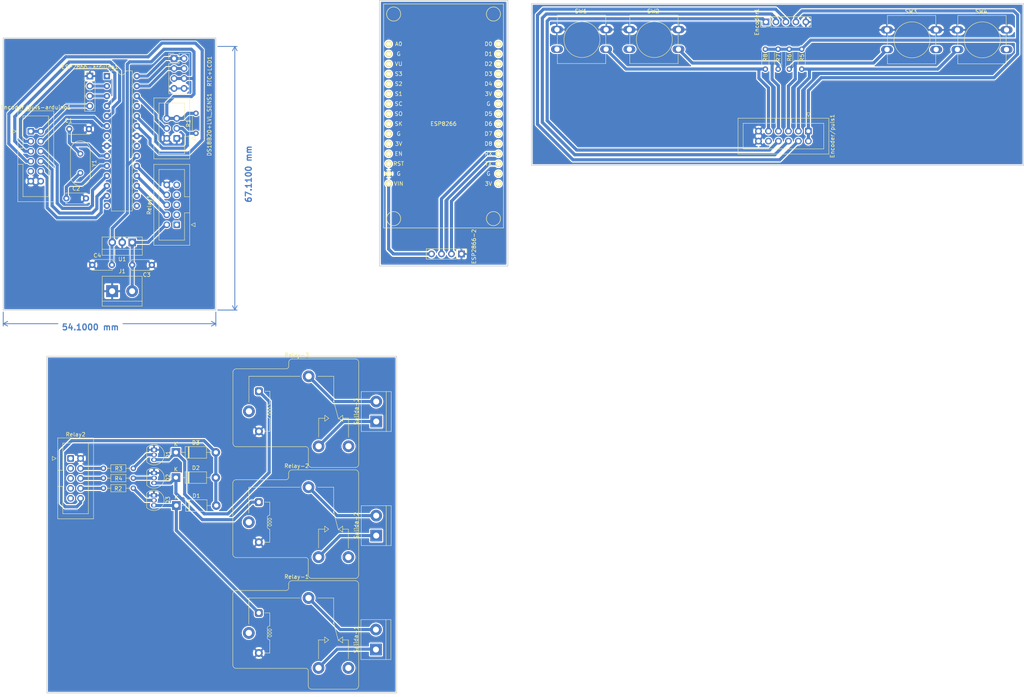
<source format=kicad_pcb>
(kicad_pcb (version 20211014) (generator pcbnew)
  (layers (0 "F.Cu" signal) (31 "B.Cu" signal) (34 "B.Paste" user) (35 "F.Paste" user) (36 "B.SilkS" user "B.Silkscreen") (37 "F.SilkS" user "F.Silkscreen") (38 "B.Mask" user) (39 "F.Mask" user) (44 "Edge.Cuts" user))
  (net 0 "")
  (net 1 "GND")
  (net 2 "Net-(ESP2866-2-Pad2)")
  (net 3 "Net-(ESP2866-2-Pad3)")
  (net 5 "+5V")
  (net 8 "+12V")
  (net 10 "Net-(C1-Pad1)")
  (net 11 "Net-(C2-Pad1)")
  (net 12 "Net-(Encoder/puls1-Pad3)")
  (net 13 "Net-(Encoder/puls1-Pad5)")
  (net 14 "Net-(Q1-Pad2)")
  (net 15 "Net-(Q2-Pad2)")
  (net 16 "Net-(Q3-Pad2)")
  (net 17 "Net-(Encoder/puls1-Pad7)")
  (net 20 "Net-(ESP2866-arduino1-Pad2)")
  (net 21 "Net-(ESP2866-arduino1-Pad3)")
  (net 48 "Net-(Relay-1-Pad11A)")
  (net 50 "Net-(Relay-2-Pad11A)")
  (net 52 "Net-(Relay-3-Pad11A)")
  (net 54 "Net-(Encoder/puls1-Pad9)")
  (net 55 "Net-(Relay-1-Pad14)")
  (net 56 "Net-(Relay-2-Pad14)")
  (net 57 "Net-(Relay-3-Pad14)")
  (net 58 "Net-(Encoder/puls1-Pad4)")
  (net 59 "Net-(Encoder/puls1-Pad6)")
  (net 60 "Net-(Encoder/puls1-Pad8)")
  (net 61 "Net-(D1-Pad1)")
  (net 62 "Net-(D2-Pad1)")
  (net 63 "Net-(D3-Pad1)")
  (net 64 "Net-(DS18B20+LVL_SENS1-Pad3)")
  (net 65 "Net-(U3-Pad19)")
  (net 66 "Net-(U3-Pad18)")
  (net 67 "Net-(U3-Pad17)")
  (net 68 "Net-(RTC+LCD1-Pad3)")
  (net 69 "Net-(RTC+LCD1-Pad1)")
  (net 70 "Net-(DS18B20+LVL_SENS1-Pad4)")
  (net 71 "unconnected-(U3-Pad15)")
  (net 72 "Net-(Relay2-Pad8)")
  (net 73 "Net-(Relay2-Pad4)")
  (net 74 "Net-(Relay2-Pad6)")
  (net 85 "Net-(U3-Pad4)")
  (net 86 "Net-(U3-Pad6)")
  (net 87 "Net-(U3-Pad5)")
  (net 88 "Net-(U3-Pad11)")
  (net 89 "Net-(U3-Pad23)")
  (net 90 "Net-(U3-Pad12)")
  (net 92 "Net-(U3-Pad13)")
  (footprint "Connector_PinHeader_2.54mm:PinHeader_1x05_P2.54mm_Vertical" (layer "F.Cu") (at 212.94 19.805 90)
    (fp_text reference "Encoder1")
    (fp_text value "Conn_01x05")
  )
  (footprint "Button_Switch_THT:SW_PUSH-12mm" (layer "F.Cu") (at 261.67 21.82)
    (fp_text reference "SW4")
    (fp_text value "SW_Push")
  )
  (footprint "Connector_PinHeader_2.54mm:PinHeader_2x04_P2.54mm_Vertical" (layer "F.Cu") (at 62.295 29.11)
    (fp_text reference "RTC+LCD1")
    (fp_text value "Conn_02x04_Odd_Even")
  )
  (footprint "Capacitor_THT:C_Disc_D5.0mm_W2.5mm_P5.00mm" (layer "F.Cu") (at 34.88 64.71)
    (fp_text reference "C2")
    (fp_text value "20pF")
  )
  (footprint "Diode_THT:D_DO-41_SOD81_P10.16mm_Horizontal" (layer "F.Cu") (at 62.87 142.89)
    (fp_text reference "D1")
    (fp_text value "1N4007")
  )
  (footprint "Package_TO_SOT_THT:TO-220-3_Vertical" (layer "F.Cu") (at 51.635 75.91 180)
    (fp_text reference "U1")
    (fp_text value "LM7805")
  )
  (footprint "Resistor_THT:R_Axial_DIN0204_L3.6mm_D1.6mm_P7.62mm_Horizontal" (layer "F.Cu") (at 51.93 133.42 180)
    (fp_text reference "R3")
    (fp_text value "1k")
  )
  (footprint "Relay_THT:Relay_SPDT_RAYEX-L90" (layer "F.Cu") (at 81.35 118.9)
    (fp_text reference "Relay-3")
    (fp_text value "RAYEX-L90")
  )
  (footprint "Connector_IDC:IDC-Header_2x05_P2.54mm_Vertical" (layer "F.Cu") (at 62.9725 71.43 180)
    (fp_text reference "Relay1")
    (fp_text value "Conn_02x05_Odd_Even")
  )
  (footprint "Diode_THT:D_DO-41_SOD81_P10.16mm_Horizontal" (layer "F.Cu") (at 62.76 135.78)
    (fp_text reference "D2")
    (fp_text value "1N4007")
  )
  (footprint "Capacitor_THT:C_Disc_D5.0mm_W2.5mm_P5.00mm" (layer "F.Cu") (at 35.625 47.06)
    (fp_text reference "C1")
    (fp_text value "20pF")
  )
  (footprint "Resistor_THT:R_Axial_DIN0204_L3.6mm_D1.6mm_P5.08mm_Horizontal" (layer "F.Cu") (at 218.87 31.81 90)
    (fp_text reference "R6")
    (fp_text value "10k")
  )
  (footprint "Crystal:Crystal_HC49-4H_Vertical" (layer "F.Cu") (at 38.445 53.35 -90)
    (fp_text reference "Y1")
    (fp_text value "16MHz")
  )
  (footprint "Connector_PinHeader_2.54mm:PinHeader_1x04_P2.54mm_Vertical" (layer "F.Cu") (at 135.44 78.85 -90)
    (fp_text reference "ESP2866-2")
    (fp_text value "Conn_01x04")
  )
  (footprint "Capacitor_THT:C_Disc_D5.0mm_W2.5mm_P5.00mm" (layer "F.Cu") (at 56.635 81.66 180)
    (fp_text reference "C3")
    (fp_text value "330nF")
  )
  (footprint "TerminalBlock:TerminalBlock_bornier-2_P5.08mm" (layer "F.Cu") (at 113.75 121.5 90)
    (fp_text reference "Salida-3")
    (fp_text value "Conn_01x02")
  )
  (footprint "Resistor_THT:R_Axial_DIN0204_L3.6mm_D1.6mm_P5.08mm_Horizontal" (layer "F.Cu") (at 216.04 31.81 90)
    (fp_text reference "R7")
    (fp_text value "10k")
  )
  (footprint "ESP8266 LOLiN v3:ESP8266" (layer "F.Cu") (at 130.88 45.73)
    (fp_text reference "ESP8266")
    (fp_text value "NodeMCU1.0(ESP-12E)")
  )
  (footprint "Button_Switch_THT:SW_PUSH-12mm" (layer "F.Cu") (at 159.76 21.74)
    (fp_text reference "SW1")
    (fp_text value "SW_Push")
  )
  (footprint "Package_TO_SOT_THT:TO-92_Inline" (layer "F.Cu") (at 57.2 128.7 -90)
    (fp_text reference "Q1")
    (fp_text value "PN2222A")
  )
  (footprint "TerminalBlock:TerminalBlock_bornier-2_P5.08mm" (layer "F.Cu") (at 46.535 88.33)
    (fp_text reference "J1")
    (fp_text value "12v")
  )
  (footprint "Package_TO_SOT_THT:TO-92_Inline" (layer "F.Cu") (at 57.2 134.61 -90)
    (fp_text reference "Q2")
    (fp_text value "PN2222A")
  )
  (footprint "Connector_IDC:IDC-Header_2x06_P2.54mm_Vertical" (layer "F.Cu") (at 223.74 47.595 -90)
    (fp_text reference "Encoder/puls1")
    (fp_text value "Conn_02x06_Odd_Even")
  )
  (footprint "Diode_THT:D_DO-41_SOD81_P10.16mm_Horizontal" (layer "F.Cu") (at 62.76 129.36)
    (fp_text reference "D3")
    (fp_text value "1N4007")
  )
  (footprint "Capacitor_THT:C_Disc_D5.0mm_W2.5mm_P5.00mm" (layer "F.Cu") (at 41.475 81.64)
    (fp_text reference "C4")
    (fp_text value "100nF")
  )
  (footprint "TerminalBlock:TerminalBlock_bornier-2_P5.08mm" (layer "F.Cu") (at 113.74 150.54 90)
    (fp_text reference "Salida-2")
    (fp_text value "Conn_01x02")
  )
  (footprint "Package_TO_SOT_THT:TO-92_Inline" (layer "F.Cu") (at 57.16 140.29 -90)
    (fp_text reference "Q3")
    (fp_text value "PN2222A")
  )
  (footprint "Package_DIP:DIP-28_W7.62mm" (layer "F.Cu") (at 45.195 33.58)
    (fp_text reference "U3" hide)
    (fp_text value "ATmega328P-P")
  )
  (footprint "TerminalBlock:TerminalBlock_bornier-2_P5.08mm" (layer "F.Cu") (at 113.67 179.54 90)
    (fp_text reference "Salida-1")
    (fp_text value "Conn_01x02")
  )
  (footprint "Connector_IDC:IDC-Header_2x03_P2.54mm_Vertical" (layer "F.Cu") (at 62.98 49.44 180)
    (fp_text reference "DS18B20+LVL_SENS1")
    (fp_text value "Conn_02x03_Odd_Even")
  )
  (footprint "Resistor_THT:R_Axial_DIN0204_L3.6mm_D1.6mm_P5.08mm_Horizontal" (layer "F.Cu") (at 212.79 31.81 90)
    (fp_text reference "R8")
    (fp_text value "10k")
  )
  (footprint "Relay_THT:Relay_SPDT_RAYEX-L90" (layer "F.Cu") (at 81.32 147.12)
    (fp_text reference "Relay-2")
    (fp_text value "RAYEX-L90")
  )
  (footprint "Connector_PinHeader_2.54mm:PinHeader_1x04_P2.54mm_Vertical" (layer "F.Cu") (at 40.855 33.58)
    (fp_text reference "ESP2866-arduino1")
    (fp_text value "Conn_01x04")
  )
  (footprint "Button_Switch_THT:SW_PUSH-12mm" (layer "F.Cu") (at 178.18 21.74)
    (fp_text reference "SW2")
    (fp_text value "SW_Push")
  )
  (footprint "Resistor_THT:R_Axial_DIN0204_L3.6mm_D1.6mm_P5.08mm_Horizontal" (layer "F.Cu") (at 67.86 48.15 90)
    (fp_text reference "R1")
    (fp_text value "4.7k")
  )
  (footprint "Resistor_THT:R_Axial_DIN0204_L3.6mm_D1.6mm_P7.62mm_Horizontal" (layer "F.Cu") (at 51.93 138.48 180)
    (fp_text reference "R2")
    (fp_text value "1k")
  )
  (footprint "Connector_IDC:IDC-Header_2x06_P2.54mm_Vertical" (layer "F.Cu") (at 25.82 47.64)
    (fp_text reference "Encoder/puls-arduino1")
    (fp_text value "Conn_02x06_Odd_Even")
  )
  (footprint "Relay_THT:Relay_SPDT_RAYEX-L90" (layer "F.Cu") (at 81.32 175.32)
    (fp_text reference "Relay-1")
    (fp_text value "RAYEX-L90")
  )
  (footprint "Button_Switch_THT:SW_PUSH-12mm" (layer "F.Cu") (at 243.76 21.82)
    (fp_text reference "SW3")
    (fp_text value "SW_Push")
  )
  (footprint "Connector_IDC:IDC-Header_2x05_P2.54mm_Vertical" (layer "F.Cu") (at 35.96 130.9)
    (fp_text reference "Relay2")
    (fp_text value "Conn_02x05_Odd_Even")
  )
  (footprint "Resistor_THT:R_Axial_DIN0204_L3.6mm_D1.6mm_P7.62mm_Horizontal" (layer "F.Cu") (at 51.93 135.92 180)
    (fp_text reference "R4")
    (fp_text value "1k")
  )
  (footprint "Resistor_THT:R_Axial_DIN0204_L3.6mm_D1.6mm_P5.08mm_Horizontal" (layer "F.Cu") (at 222.04 31.81 90)
    (fp_text reference "R5")
    (fp_text value "10k")
  )
  (gr_rect (start 153.28 15.152161) (end 278.518479 56.30358) (layer "Edge.Cuts") (width 0.2) (fill none))
  (gr_rect (start 114.58 14.32) (end 147.24 81.93) (layer "Edge.Cuts") (width 0.2) (fill none))
  (gr_rect (start 72.915 23.87) (end 18.815 93.14) (layer "Edge.Cuts") (width 0.2) (fill none))
  (gr_rect (start 29.91 104.91) (end 118.94 190.59) (layer "Edge.Cuts") (width 0.2) (fill none))
  (dimension (type aligned) (layer "B.Cu") (pts (xy 72.915 26.03) (xy 72.915 93.14)) (height -4.835) (gr_text "67.1100 mm" (at 81.26 58.53 90) (layer "B.Cu") (effects (font (size 1.5 1.5) (thickness 0.3)))) (format (units 3) (units_format 1) (precision 4)) (style (thickness 0.2) (arrow_length 1.27) (text_position_mode 2) (extension_height 0.58642) (extension_offset 0.5) keep_text_aligned))
  (dimension (type aligned) (layer "B.Cu") (pts (xy 18.815 93.14) (xy 72.915 93.14)) (height 3.47) (gr_text "54.1000 mm" (at 41.005 97.5) (layer "B.Cu") (effects (font (size 1.5 1.5) (thickness 0.3)))) (format (units 3) (units_format 1) (precision 4)) (style (thickness 0.2) (arrow_length 1.27) (text_position_mode 2) (extension_height 0.58642) (extension_offset 0.5) keep_text_aligned))
  (segment (start 40.625 47.06) (end 40.895 47.06) (width 0.8) (layer "B.Cu") (net 1))
  (segment (start 38.4625 130.89) (end 38.48 130.89) (width 0.8) (layer "B.Cu") (net 1))
  (segment (start 142.42 55.89) (end 144.85 55.89) (width 0.8) (layer "B.Cu") (net 2))
  (segment (start 132.89 65.42) (end 142.42 55.89) (width 0.8) (layer "B.Cu") (net 2))
  (segment (start 132.89 78.84) (end 132.89 65.42) (width 0.8) (layer "B.Cu") (net 2))
  (segment (start 132.9 78.85) (end 132.89 78.84) (width 0.8) (layer "B.Cu") (net 2))
  (segment (start 130.36 78.85) (end 130.34 78.83) (width 0.8) (layer "B.Cu") (net 3))
  (segment (start 141.83 53.35) (end 144.85 53.35) (width 0.8) (layer "B.Cu") (net 3))
  (segment (start 130.34 64.84) (end 141.83 53.35) (width 0.8) (layer "B.Cu") (net 3))
  (segment (start 130.34 78.83) (end 130.34 64.84) (width 0.8) (layer "B.Cu") (net 3))
  (segment (start 224.34 24.43) (end 276.43 24.43) (width 0.8) (layer "B.Cu") (net 5))
  (segment (start 67.36 34.16) (end 67.32 34.2) (width 0.8) (layer "B.Cu") (net 5))
  (segment (start 277 25) (end 277 18) (width 0.8) (layer "B.Cu") (net 5))
  (segment (start 67.36 38.15) (end 67.36 33.97) (width 0.8) (layer "B.Cu") (net 5))
  (segment (start 127.82 78.85) (end 118.13 78.85) (width 0.8) (layer "B.Cu") (net 5))
  (segment (start 220.56 18.58) (end 220.56 19.805) (width 0.8) (layer "B.Cu") (net 5))
  (segment (start 212.79 26.73) (end 212.8 26.74) (width 0.8) (layer "B.Cu") (net 5))
  (segment (start 66.72 38.79) (end 67.36 38.15) (width 0.8) (layer "B.Cu") (net 5))
  (segment (start 271.76 33.24) (end 277 28) (width 0.8) (layer "B.Cu") (net 5))
  (segment (start 62.98 44.36) (end 64.5 44.36) (width 0.8) (layer "B.Cu") (net 5))
  (segment (start 276.43 24.43) (end 277 25) (width 0.8) (layer "B.Cu") (net 5))
  (segment (start 272 33) (end 271 34) (width 0.8) (layer "B.Cu") (net 5))
  (segment (start 50.39 56.325) (end 50.39 30.57) (width 0.8) (layer "B.Cu") (net 5))
  (segment (start 67.36 27.42) (end 67.36 34.16) (width 0.8) (layer "B.Cu") (net 5))
  (segment (start 212.8 26.74) (end 222.03 26.74) (width 0.8) (layer "B.Cu") (net 5))
  (segment (start 60.44 44.36) (end 62.98 44.36) (width 0.8) (layer "B.Cu") (net 5))
  (segment (start 34.87 41.2) (end 40.855 41.2) (width 0.8) (layer "B.Cu") (net 5))
  (segment (start 277 18) (end 276 17) (width 0.8) (layer "B.Cu") (net 5))
  (segment (start 66.7 26.76) (end 67.36 27.42) (width 0.8) (layer "B.Cu") (net 5))
  (segment (start 50.39 68.51) (end 50.39 56.325) (width 0.8) (layer "B.Cu") (net 5))
  (segment (start 222.03 26.74) (end 224.34 24.43) (width 0.8) (layer "B.Cu") (net 5))
  (segment (start 50.39 30.57) (end 50.99 29.97) (width 0.8) (layer "B.Cu") (net 5))
  (segment (start 46.555 75.91) (end 46.555 72.345) (width 0.8) (layer "B.Cu") (net 5))
  (segment (start 222.14 17) (end 220.56 18.58) (width 0.8) (layer "B.Cu") (net 5))
  (segment (start 227 34) (end 223.74 37.26) (width 0.8) (layer "B.Cu") (net 5))
  (segment (start 50.39 56.325) (end 52.815 53.9) (width 0.8) (layer "B.Cu") (net 5))
  (segment (start 46.555 72.345) (end 50.39 68.51) (width 0.8) (layer "B.Cu") (net 5))
  (segment (start 46.475 75.99) (end 46.555 75.91) (width 0.8) (layer "B.Cu") (net 5))
  (segment (start 28.36 47.64) (end 28.43 47.64) (width 0.8) (layer "B.Cu") (net 5))
  (segment (start 65.79 43.07) (end 67.86 43.07) (width 0.8) (layer "B.Cu") (net 5))
  (segment (start 277 28) (end 277 25) (width 0.8) (layer "B.Cu") (net 5))
  (segment (start 28.43 47.64) (end 34.87 41.2) (width 0.8) (layer "B.Cu") (net 5))
  (segment (start 60.44 40.6) (end 62.25 38.79) (width 0.8) (layer "B.Cu") (net 5))
  (segment (start 67.35 34.19) (end 64.835 34.19) (width 0.8) (layer "B.Cu") (net 5))
  (segment (start 46.475 81.64) (end 46.475 75.99) (width 0.8) (layer "B.Cu") (net 5))
  (segment (start 64.835 34.19) (end 62.295 34.19) (width 0.8) (layer "B.Cu") (net 5))
  (segment (start 276 17) (end 222.14 17) (width 0.8) (layer "B.Cu") (net 5))
  (segment (start 25.815 47.64) (end 28.36 47.64) (width 0.8) (layer "B.Cu") (net 5))
  (segment (start 223.74 47.595) (end 223.74 50.135) (width 0.8) (layer "B.Cu") (net 5))
  (segment (start 59.7 26.76) (end 66.7 26.76) (width 0.8) (layer "B.Cu") (net 5))
  (segment (start 118.13 78.85) (end 116.91 77.63) (width 0.8) (layer "B.Cu") (net 5))
  (segment (start 60.44 44.36) (end 60.44 40.6) (width 0.8) (layer "B.Cu") (net 5))
  (segment (start 116.91 77.63) (end 116.91 60.97) (width 0.8) (layer "B.Cu") (net 5))
  (segment (start 271 34) (end 227 34) (width 0.8) (layer "B.Cu") (net 5))
  (segment (start 64.5 44.36) (end 65.79 43.07) (width 0.8) (layer "B.Cu") (net 5))
  (segment (start 50.99 29.97) (end 56.49 29.97) (width 0.8) (layer "B.Cu") (net 5))
  (segment (start 67.36 34.2) (end 67.35 34.19) (width 0.8) (layer "B.Cu") (net 5))
  (segment (start 62.25 38.79) (end 66.72 38.79) (width 0.8) (layer "B.Cu") (net 5))
  (segment (start 223.74 37.26) (end 223.74 47.595) (width 0.8) (layer "B.Cu") (net 5))
  (segment (start 56.49 29.97) (end 59.7 26.76) (width 0.8) (layer "B.Cu") (net 5))
  (segment (start 34.61 143.21) (end 33.63 142.23) (width 0.8) (layer "B.Cu") (net 8))
  (segment (start 38.5 141.06) (end 38.5 142.23) (width 0.8) (layer "B.Cu") (net 8))
  (segment (start 33.63 129) (end 36.24 126.39) (width 0.8) (layer "B.Cu") (net 8))
  (segment (start 55.72 75.86) (end 55.72 75.91) (width 0.8) (layer "B.Cu") (net 8))
  (segment (start 51.635 81.66) (end 51.635 79.25) (width 0.8) (layer "B.Cu") (net 8))
  (segment (start 36.24 126.39) (end 69.95 126.39) (width 0.8) (layer "B.Cu") (net 8))
  (segment (start 55.72 75.91) (end 51.635 75.91) (width 0.8) (layer "B.Cu") (net 8))
  (segment (start 33.63 142.23) (end 33.63 129) (width 0.8) (layer "B.Cu") (net 8))
  (segment (start 51.635 81.66) (end 51.635 88.31) (width 0.8) (layer "B.Cu") (net 8))
  (segment (start 38.5 142.23) (end 37.52 143.21) (width 0.8) (layer "B.Cu") (net 8))
  (segment (start 51.635 88.31) (end 51.615 88.33) (width 0.8) (layer "B.Cu") (net 8))
  (segment (start 37.52 143.21) (end 34.61 143.21) (width 0.8) (layer "B.Cu") (net 8))
  (segment (start 60.4325 71.43) (end 60.15 71.43) (width 0.8) (layer "B.Cu") (net 8))
  (segment (start 72.92 142.78) (end 73.03 142.89) (width 0.8) (layer "B.Cu") (net 8))
  (segment (start 51.635 79.25) (end 51.635 75.91) (width 0.8) (layer "B.Cu") (net 8))
  (segment (start 72.92 129.36) (end 72.92 142.78) (width 0.8) (layer "B.Cu") (net 8))
  (segment (start 60.15 71.43) (end 55.72 75.86) (width 0.8) (layer "B.Cu") (net 8))
  (segment (start 69.95 126.39) (end 72.92 129.36) (width 0.8) (layer "B.Cu") (net 8))
  (segment (start 36.18 51.085) (end 40.47 51.085) (width 0.8) (layer "B.Cu") (net 10))
  (segment (start 35.625 47.06) (end 35.625 50.53) (width 0.8) (layer "B.Cu") (net 10))
  (segment (start 35.625 50.53) (end 36.18 51.085) (width 0.8) (layer "B.Cu") (net 10))
  (segment (start 43.385 53.9) (end 45.195 53.9) (width 0.8) (layer "B.Cu") (net 10))
  (segment (start 43.335 53.95) (end 43.385 53.9) (width 0.8) (layer "B.Cu") (net 10))
  (segment (start 36.18 51.085) (end 38.445 53.35) (width 0.8) (layer "B.Cu") (net 10))
  (segment (start 40.47 51.085) (end 43.335 53.95) (width 0.8) (layer "B.Cu") (net 10))
  (segment (start 35.555 61.12) (end 38.825 61.12) (width 0.8) (layer "B.Cu") (net 11))
  (segment (start 38.825 61.12) (end 43.505 56.44) (width 0.8) (layer "B.Cu") (net 11))
  (segment (start 35.555 61.12) (end 38.445 58.23) (width 0.8) (layer "B.Cu") (net 11))
  (segment (start 34.88 61.795) (end 35.555 61.12) (width 0.8) (layer "B.Cu") (net 11))
  (segment (start 34.9 64.65) (end 34.99 64.65) (width 0.8) (layer "B.Cu") (net 11))
  (segment (start 34.88 64.71) (end 34.88 61.795) (width 0.8) (layer "B.Cu") (net 11))
  (segment (start 43.505 56.44) (end 45.195 56.44) (width 0.8) (layer "B.Cu") (net 11))
  (segment (start 256.68 31.81) (end 261.67 26.82) (width 0.8) (layer "B.Cu") (net 12))
  (segment (start 224.95 31.81) (end 256.68 31.81) (width 0.8) (layer "B.Cu") (net 12))
  (segment (start 224 34) (end 221.2 36.8) (width 0.8) (layer "B.Cu") (net 12))
  (segment (start 224.44 31.81) (end 224.95 31.81) (width 0.8) (layer "B.Cu") (net 12))
  (segment (start 221.2 36.8) (end 221.2 47.595) (width 0.8) (layer "B.Cu") (net 12))
  (segment (start 222.04 31.81) (end 224.44 31.81) (width 0.8) (layer "B.Cu") (net 12))
  (segment (start 224 32.05) (end 224 34) (width 0.8) (layer "B.Cu") (net 12))
  (segment (start 220.42 30.26) (end 240.32 30.26) (width 0.8) (layer "B.Cu") (net 13))
  (segment (start 220.4 34.36) (end 220.4 30.28) (width 0.8) (layer "B.Cu") (net 13))
  (segment (start 220.4 30.28) (end 220.42 30.26) (width 0.8) (layer "B.Cu") (net 13))
  (segment (start 218.66 47.595) (end 218.66 36.1) (width 0.8) (layer "B.Cu") (net 13))
  (segment (start 240.32 30.26) (end 243.76 26.82) (width 0.8) (layer "B.Cu") (net 13))
  (segment (start 218.66 36.1) (end 220.4 34.36) (width 0.8) (layer "B.Cu") (net 13))
  (segment (start 220.42 30.26) (end 218.87 31.81) (width 0.8) (layer "B.Cu") (net 13))
  (segment (start 55.38 129.97) (end 57.2 129.97) (width 0.8) (layer "B.Cu") (net 14))
  (segment (start 51.93 133.42) (end 55.38 129.97) (width 0.8) (layer "B.Cu") (net 14))
  (segment (start 51.93 135.92) (end 57.16 135.92) (width 0.8) (layer "B.Cu") (net 15))
  (segment (start 57.16 135.92) (end 57.2 135.88) (width 0.8) (layer "B.Cu") (net 15))
  (segment (start 51.93 138.48) (end 55.01 141.56) (width 0.8) (layer "B.Cu") (net 16))
  (segment (start 55.01 141.56) (end 57.16 141.56) (width 0.8) (layer "B.Cu") (net 16))
  (segment (start 214.51 34.415786) (end 214.51 30.54) (width 0.8) (layer "B.Cu") (net 17))
  (segment (start 216.12 36.025786) (end 214.51 34.415786) (width 0.8) (layer "B.Cu") (net 17))
  (segment (start 216.12 47.595) (end 216.12 36.025786) (width 0.8) (layer "B.Cu") (net 17))
  (segment (start 214.51 30.54) (end 214.79 30.26) (width 0.8) (layer "B.Cu") (net 17))
  (segment (start 215.55 30.26) (end 216.04 30.75) (width 0.8) (layer "B.Cu") (net 17))
  (segment (start 214.79 30.26) (end 215.55 30.26) (width 0.8) (layer "B.Cu") (net 17))
  (segment (start 214.79 30.26) (end 194.2 30.26) (width 0.8) (layer "B.Cu") (net 17))
  (segment (start 216.04 30.75) (end 216.04 31.81) (width 0.8) (layer "B.Cu") (net 17))
  (segment (start 194.2 30.26) (end 190.68 26.74) (width 0.8) (layer "B.Cu") (net 17))
  (segment (start 40.855 36.12) (end 45.195 36.12) (width 0.8) (layer "B.Cu") (net 20))
  (segment (start 40.855 38.66) (end 45.195 38.66) (width 0.8) (layer "B.Cu") (net 21))
  (segment (start 113.67 174.46) (end 104.56 174.46) (width 0.8) (layer "B.Cu") (net 48))
  (segment (start 104.56 174.46) (end 96.52 166.42) (width 0.8) (layer "B.Cu") (net 48))
  (segment (start 103.76 145.46) (end 96.52 138.22) (width 0.8) (layer "B.Cu") (net 50))
  (segment (start 113.74 145.46) (end 103.76 145.46) (width 0.8) (layer "B.Cu") (net 50))
  (segment (start 113.75 116.42) (end 102.97 116.42) (width 0.8) (layer "B.Cu") (net 52))
  (segment (start 102.97 116.42) (end 96.55 110) (width 0.8) (layer "B.Cu") (net 52))
  (segment (start 211.15 31.79) (end 211.15 34.15) (width 0.8) (layer "B.Cu") (net 54))
  (segment (start 177.31 31.79) (end 172.26 26.74) (width 0.8) (layer "B.Cu") (net 54))
  (segment (start 212.77 31.79) (end 211.15 31.79) (width 0.8) (layer "B.Cu") (net 54))
  (segment (start 211.15 31.79) (end 177.31 31.79) (width 0.8) (layer "B.Cu") (net 54))
  (segment (start 211.15 34.15) (end 213.58 36.58) (width 0.8) (layer "B.Cu") (net 54))
  (segment (start 213.58 36.58) (end 213.58 47.595) (width 0.8) (layer "B.Cu") (net 54))
  (segment (start 212.79 31.81) (end 212.77 31.79) (width 0.8) (layer "B.Cu") (net 54))
  (segment (start 113.67 179.54) (end 113.57 179.44) (width 0.8) (layer "B.Cu") (net 55))
  (segment (start 103.84 179.44) (end 99.06 184.22) (width 0.8) (layer "B.Cu") (net 55))
  (segment (start 113.57 179.44) (end 103.84 179.44) (width 0.8) (layer "B.Cu") (net 55))
  (segment (start 113.74 150.54) (end 104.54 150.54) (width 0.8) (layer "B.Cu") (net 56))
  (segment (start 104.54 150.54) (end 99.06 156.02) (width 0.8) (layer "B.Cu") (net 56))
  (segment (start 105.39 121.5) (end 99.09 127.8) (width 0.8) (layer "B.Cu") (net 57))
  (segment (start 113.75 121.5) (end 105.39 121.5) (width 0.8) (layer "B.Cu") (net 57))
  (segment (start 163.83 54.9) (end 154.79 45.86) (width 0.8) (layer "B.Cu") (net 58))
  (segment (start 154.79 18.06) (end 156.31 16.54) (width 0.8) (layer "B.Cu") (net 58))
  (segment (start 218.02 19.17) (end 218.02 19.805) (width 0.8) (layer "B.Cu") (net 58))
  (segment (start 156.31 16.54) (end 215.39 16.54) (width 0.8) (layer "B.Cu") (net 58))
  (segment (start 221.2 50.135) (end 216.435 54.9) (width 0.8) (layer "B.Cu") (net 58))
  (segment (start 215.39 16.54) (end 218.02 19.17) (width 0.8) (layer "B.Cu") (net 58))
  (segment (start 154.79 45.86) (end 154.79 18.06) (width 0.8) (layer "B.Cu") (net 58))
  (segment (start 216.435 54.9) (end 163.83 54.9) (width 0.8) (layer "B.Cu") (net 58))
  (segment (start 215.48 18.93) (end 215.48 19.805) (width 0.8) (layer "B.Cu") (net 59))
  (segment (start 218.66 50.135) (end 215.195 53.6) (width 0.8) (layer "B.Cu") (net 59))
  (segment (start 164.27 53.6) (end 156.02 45.35) (width 0.8) (layer "B.Cu") (net 59))
  (segment (start 157.04 17.78) (end 214.33 17.78) (width 0.8) (layer "B.Cu") (net 59))
  (segment (start 215.195 53.6) (end 164.27 53.6) (width 0.8) (layer "B.Cu") (net 59))
  (segment (start 156.02 45.35) (end 156.02 18.8) (width 0.8) (layer "B.Cu") (net 59))
  (segment (start 156.02 18.8) (end 157.04 17.78) (width 0.8) (layer "B.Cu") (net 59))
  (segment (start 214.33 17.78) (end 215.48 18.93) (width 0.8) (layer "B.Cu") (net 59))
  (segment (start 212.145 19.01) (end 212.94 19.805) (width 0.8) (layer "B.Cu") (net 60))
  (segment (start 164.76 52.41) (end 157.26 44.91) (width 0.8) (layer "B.Cu") (net 60))
  (segment (start 157.26 19.59) (end 157.84 19.01) (width 0.8) (layer "B.Cu") (net 60))
  (segment (start 216.12 50.135) (end 213.845 52.41) (width 0.8) (layer "B.Cu") (net 60))
  (segment (start 213.845 52.41) (end 164.76 52.41) (width 0.8) (layer "B.Cu") (net 60))
  (segment (start 157.26 44.91) (end 157.26 19.59) (width 0.8) (layer "B.Cu") (net 60))
  (segment (start 157.84 19.01) (end 212.145 19.01) (width 0.8) (layer "B.Cu") (net 60))
  (segment (start 62.87 142.89) (end 62.87 149.23) (width 0.8) (layer "B.Cu") (net 61))
  (segment (start 57.16 142.83) (end 57.22 142.89) (width 0.8) (layer "B.Cu") (net 61))
  (segment (start 62.87 149.23) (end 83.86 170.22) (width 0.8) (layer "B.Cu") (net 61))
  (segment (start 57.22 142.89) (end 62.87 142.89) (width 0.8) (layer "B.Cu") (net 61))
  (segment (start 62.76 139.76) (end 64.190489 141.190489) (width 0.8) (layer "B.Cu") (net 62))
  (segment (start 57.2 137.15) (end 61.39 137.15) (width 0.8) (layer "B.Cu") (net 62))
  (segment (start 62.76 135.78) (end 62.76 139.76) (width 0.8) (layer "B.Cu") (net 62))
  (segment (start 64.569511 141.190489) (end 64.569511 141.569511) (width 0.8) (layer "B.Cu") (net 62))
  (segment (start 62.76 135.78) (end 62.99 135.78) (width 0.8) (layer "B.Cu") (net 62))
  (segment (start 64.569511 141.569511) (end 69.5 146.5) (width 0.8) (layer "B.Cu") (net 62))
  (segment (start 61.39 137.15) (end 62.76 135.78) (width 0.8) (layer "B.Cu") (net 62))
  (segment (start 81.98 142.02) (end 83.86 142.02) (width 0.8) (layer "B.Cu") (net 62))
  (segment (start 77.5 146.5) (end 81.98 142.02) (width 0.8) (layer "B.Cu") (net 62))
  (segment (start 69.5 146.5) (end 77.5 146.5) (width 0.8) (layer "B.Cu") (net 62))
  (segment (start 64.190489 141.190489) (end 64.569511 141.190489) (width 0.8) (layer "B.Cu") (net 62))
  (segment (start 76 145) (end 70 145) (width 0.8) (layer "B.Cu") (net 63))
  (segment (start 65 140) (end 65 131.6) (width 0.8) (layer "B.Cu") (net 63))
  (segment (start 65 131.6) (end 62.76 129.36) (width 0.8) (layer "B.Cu") (net 63))
  (segment (start 86.5 134.5) (end 76 145) (width 0.8) (layer "B.Cu") (net 63))
  (segment (start 83.89 113.8) (end 86.5 116.41) (width 0.8) (layer "B.Cu") (net 63))
  (segment (start 86.5 116.41) (end 86.5 134.5) (width 0.8) (layer "B.Cu") (net 63))
  (segment (start 60.88 131.24) (end 62.76 129.36) (width 0.8) (layer "B.Cu") (net 63))
  (segment (start 70 145) (end 65 140) (width 0.8) (layer "B.Cu") (net 63))
  (segment (start 57.2 131.24) (end 60.88 131.24) (width 0.8) (layer "B.Cu") (net 63))
  (segment (start 65.66 48.14) (end 65.66 51.27) (width 0.8) (layer "B.Cu") (net 64))
  (segment (start 57.63 48.77) (end 52.815 43.955) (width 0.8) (layer "B.Cu") (net 64))
  (segment (start 62.98 46.9) (end 64.42 46.9) (width 0.8) (layer "B.Cu") (net 64))
  (segment (start 59.32 51.94) (end 57.63 50.25) (width 0.8) (layer "B.Cu") (net 64))
  (segment (start 57.63 50.25) (end 57.63 48.77) (width 0.8) (layer "B.Cu") (net 64))
  (segment (start 67.86 48.15) (end 65.67 48.15) (width 0.8) (layer "B.Cu") (net 64))
  (segment (start 65.67 48.15) (end 65.66 48.14) (width 0.8) (layer "B.Cu") (net 64))
  (segment (start 64.42 46.9) (end 65.66 48.14) (width 0.8) (layer "B.Cu") (net 64))
  (segment (start 52.815 43.955) (end 52.815 43.74) (width 0.8) (layer "B.Cu") (net 64))
  (segment (start 64.99 51.94) (end 59.32 51.94) (width 0.8) (layer "B.Cu") (net 64))
  (segment (start 65.66 51.27) (end 64.99 51.94) (width 0.8) (layer "B.Cu") (net 64))
  (segment (start 52.815 61.52) (end 59.895 68.6) (width 0.8) (layer "B.Cu") (net 65))
  (segment (start 59.895 68.6) (end 60.44 68.6) (width 0.8) (layer "B.Cu") (net 65))
  (segment (start 52.815 58.98) (end 52.815 58.985) (width 0.8) (layer "B.Cu") (net 66))
  (segment (start 60.4325 66.35) (end 60.44 66.3425) (width 0.8) (layer "B.Cu") (net 66))
  (segment (start 60.44 66.3425) (end 60.44 66.06) (width 0.8) (layer "B.Cu") (net 66))
  (segment (start 52.815 58.985) (end 60.18 66.35) (width 0.8) (layer "B.Cu") (net 66))
  (segment (start 60.18 66.35) (end 60.4325 66.35) (width 0.8) (layer "B.Cu") (net 66))
  (segment (start 59.82 63.52) (end 52.815 56.515) (width 0.8) (layer "B.Cu") (net 67))
  (segment (start 52.815 56.515) (end 52.815 56.44) (width 0.8) (layer "B.Cu") (net 67))
  (segment (start 60.44 63.52) (end 59.82 63.52) (width 0.8) (layer "B.Cu") (net 67))
  (segment (start 56.01 36.12) (end 52.815 36.12) (width 0.8) (layer "B.Cu") (net 68))
  (segment (start 60.48 31.65) (end 56.01 36.12) (width 0.8) (layer "B.Cu") (net 68))
  (segment (start 62.295 31.65) (end 64.835 31.65) (width 0.8) (layer "B.Cu") (net 68))
  (segment (start 62.295 31.65) (end 60.48 31.65) (width 0.8) (layer "B.Cu") (net 68))
  (segment (start 59.99 29.11) (end 55.52 33.58) (width 0.8) (layer "B.Cu") (net 69))
  (segment (start 62.295 29.11) (end 64.835 29.11) (width 0.8) (layer "B.Cu") (net 69))
  (segment (start 55.52 33.58) (end 52.815 33.58) (width 0.8) (layer "B.Cu") (net 69))
  (segment (start 62.295 29.11) (end 59.99 29.11) (width 0.8) (layer "B.Cu") (net 69))
  (segment (start 57.71 44.64) (end 57.71 43.48) (width 0.8) (layer "B.Cu") (net 70))
  (segment (start 52.815 38.925) (end 52.815 38.66) (width 0.8) (layer "B.Cu") (net 70))
  (segment (start 57.71 43.48) (end 52.89 38.66) (width 0.8) (layer "B.Cu") (net 70))
  (segment (start 60.44 46.9) (end 59.97 46.9) (width 0.8) (layer "B.Cu") (net 70))
  (segment (start 52.89 38.66) (end 52.815 38.66) (width 0.8) (layer "B.Cu") (net 70))
  (segment (start 59.97 46.9) (end 57.71 44.64) (width 0.8) (layer "B.Cu") (net 70))
  (segment (start 52.915 66.7) (end 52.815 66.6) (width 0.8) (layer "B.Cu") (net 71))
  (segment (start 44.28 138.51) (end 44.31 138.48) (width 0.8) (layer "B.Cu") (net 72))
  (segment (start 38.5 138.52) (end 38.51 138.51) (width 0.8) (layer "B.Cu") (net 72))
  (segment (start 38.51 138.51) (end 44.28 138.51) (width 0.8) (layer "B.Cu") (net 72))
  (segment (start 44.3 133.43) (end 44.31 133.42) (width 0.8) (layer "B.Cu") (net 73))
  (segment (start 38.5 133.44) (end 38.51 133.43) (width 0.8) (layer "B.Cu") (net 73))
  (segment (start 44.3 133.41) (end 44.31 133.42) (width 0.8) (layer "B.Cu") (net 73))
  (segment (start 38.51 133.43) (end 44.3 133.43) (width 0.8) (layer "B.Cu") (net 73))
  (segment (start 44.26 135.97) (end 44.31 135.92) (width 0.8) (layer "B.Cu") (net 74))
  (segment (start 38.5 135.98) (end 38.51 135.97) (width 0.8) (layer "B.Cu") (net 74))
  (segment (start 38.51 135.97) (end 44.26 135.97) (width 0.8) (layer "B.Cu") (net 74))
  (segment (start 45.54 31.19) (end 47.22 32.87) (width 0.8) (layer "B.Cu") (net 85))
  (segment (start 25.815 50.18) (end 24.29 50.18) (width 0.8) (layer "B.Cu") (net 85))
  (segment (start 23.21 49.1) (end 23.21 44.55) (width 0.8) (layer "B.Cu") (net 85))
  (segment (start 47.22 32.87) (end 47.22 39.175) (width 0.8) (layer "B.Cu") (net 85))
  (segment (start 23.21 44.55) (end 36.57 31.19) (width 0.8) (layer "B.Cu") (net 85))
  (segment (start 47.22 39.175) (end 45.195 41.2) (width 0.8) (layer "B.Cu") (net 85))
  (segment (start 24.29 50.18) (end 23.21 49.1) (width 0.8) (layer "B.Cu") (net 85))
  (segment (start 36.57 31.19) (end 45.54 31.19) (width 0.8) (layer "B.Cu") (net 85))
  (segment (start 28.78 50.18) (end 34.88 44.08) (width 0.8) (layer "B.Cu") (net 86))
  (segment (start 34.88 44.08) (end 41.89 44.08) (width 0.8) (layer "B.Cu") (net 86))
  (segment (start 28.36 50.18) (end 28.78 50.18) (width 0.8) (layer "B.Cu") (net 86))
  (segment (start 41.89 44.08) (end 44.09 46.28) (width 0.8) (layer "B.Cu") (net 86))
  (segment (start 44.09 46.28) (end 45.195 46.28) (width 0.8) (layer "B.Cu") (net 86))
  (segment (start 25.815 52.72) (end 24.32 52.72) (width 0.8) (layer "B.Cu") (net 87))
  (segment (start 46.06 30.01) (end 48.43 32.38) (width 0.8) (layer "B.Cu") (net 87))
  (segment (start 46.74 41.63) (end 46.74 42.83) (width 0.8) (layer "B.Cu") (net 87))
  (segment (start 24.32 52.72) (end 21.75 50.15) (width 0.8) (layer "B.Cu") (net 87))
  (segment (start 21.75 43.89) (end 35.63 30.01) (width 0.8) (layer "B.Cu") (net 87))
  (segment (start 46.74 42.83) (end 45.83 43.74) (width 0.8) (layer "B.Cu") (net 87))
  (segment (start 48.43 32.38) (end 48.43 39.94) (width 0.8) (layer "B.Cu") (net 87))
  (segment (start 48.43 39.94) (end 46.74 41.63) (width 0.8) (layer "B.Cu") (net 87))
  (segment (start 45.83 43.74) (end 45.195 43.74) (width 0.8) (layer "B.Cu") (net 87))
  (segment (start 35.63 30.01) (end 46.06 30.01) (width 0.8) (layer "B.Cu") (net 87))
  (segment (start 21.75 50.15) (end 21.75 43.89) (width 0.8) (layer "B.Cu") (net 87))
  (segment (start 28.355 52.72) (end 29.08 52.72) (width 0.8) (layer "B.Cu") (net 88))
  (segment (start 41.52 62.655) (end 45.195 58.98) (width 0.8) (layer "B.Cu") (net 88))
  (segment (start 32.56 56.2) (end 32.56 65.94) (width 0.8) (layer "B.Cu") (net 88))
  (segment (start 29.08 52.72) (end 32.56 56.2) (width 0.8) (layer "B.Cu") (net 88))
  (segment (start 32.56 65.94) (end 33.87 67.25) (width 0.8) (layer "B.Cu") (net 88))
  (segment (start 41.52 66.49) (end 41.52 62.655) (width 0.8) (layer "B.Cu") (net 88))
  (segment (start 40.76 67.25) (end 41.52 66.49) (width 0.8) (layer "B.Cu") (net 88))
  (segment (start 33.87 67.25) (end 40.76 67.25) (width 0.8) (layer "B.Cu") (net 88))
  (segment (start 20.23 43.18) (end 20.23 50.82) (width 0.8) (layer "B.Cu") (net 89))
  (segment (start 52.9 46.28) (end 56.17 49.55) (width 0.8) (layer "B.Cu") (net 89))
  (segment (start 56.17 50.86) (end 58.51 53.2) (width 0.8) (layer "B.Cu") (net 89))
  (segment (start 66.07 53.2) (end 69.46 49.81) (width 0.8) (layer "B.Cu") (net 89))
  (segment (start 55.71 28.67) (end 34.74 28.67) (width 0.8) (layer "B.Cu") (net 89))
  (segment (start 69.46 26.95) (end 67.7 25.19) (width 0.8) (layer "B.Cu") (net 89))
  (segment (start 34.74 28.67) (end 20.23 43.18) (width 0.8) (layer "B.Cu") (net 89))
  (segment (start 56.17 49.55) (end 56.17 50.86) (width 0.8) (layer "B.Cu") (net 89))
  (segment (start 20.23 50.82) (end 24.67 55.26) (width 0.8) (layer "B.Cu") (net 89))
  (segment (start 67.7 25.19) (end 59.19 25.19) (width 0.8) (layer "B.Cu") (net 89))
  (segment (start 52.815 46.28) (end 52.9 46.28) (width 0.8) (layer "B.Cu") (net 89))
  (segment (start 58.51 53.2) (end 66.07 53.2) (width 0.8) (layer "B.Cu") (net 89))
  (segment (start 59.19 25.19) (end 55.71 28.67) (width 0.8) (layer "B.Cu") (net 89))
  (segment (start 24.67 55.26) (end 25.815 55.26) (width 0.8) (layer "B.Cu") (net 89))
  (segment (start 69.46 49.81) (end 69.46 26.95) (width 0.8) (layer "B.Cu") (net 89))
  (segment (start 42.65 64.24) (end 45.195 61.695) (width 0.8) (layer "B.Cu") (net 90))
  (segment (start 28.355 55.26) (end 29.08 55.26) (width 0.8) (layer "B.Cu") (net 90))
  (segment (start 31.25 57.43) (end 31.25 66.57) (width 0.8) (layer "B.Cu") (net 90))
  (segment (start 29.08 55.26) (end 31.25 57.43) (width 0.8) (layer "B.Cu") (net 90))
  (segment (start 41.47 68.46) (end 42.65 67.28) (width 0.8) (layer "B.Cu") (net 90))
  (segment (start 45.195 61.695) (end 45.195 61.52) (width 0.8) (layer "B.Cu") (net 90))
  (segment (start 42.65 67.28) (end 42.65 64.24) (width 0.8) (layer "B.Cu") (net 90))
  (segment (start 33.14 68.46) (end 41.47 68.46) (width 0.8) (layer "B.Cu") (net 90))
  (segment (start 31.25 66.57) (end 33.14 68.46) (width 0.8) (layer "B.Cu") (net 90))
  (segment (start 29.98 59.42) (end 29.98 67.09) (width 0.8) (layer "B.Cu") (net 92))
  (segment (start 32.54 69.65) (end 42.42 69.65) (width 0.8) (layer "B.Cu") (net 92))
  (segment (start 42.42 69.65) (end 43.75 68.32) (width 0.8) (layer "B.Cu") (net 92))
  (segment (start 44.67 64.06) (end 45.195 64.06) (width 0.8) (layer "B.Cu") (net 92))
  (segment (start 43.75 68.32) (end 43.75 64.98) (width 0.8) (layer "B.Cu") (net 92))
  (segment (start 29.98 67.09) (end 32.54 69.65) (width 0.8) (layer "B.Cu") (net 92))
  (segment (start 43.75 64.98) (end 44.67 64.06) (width 0.8) (layer "B.Cu") (net 92))
  (segment (start 28.36 57.8) (end 29.98 59.42) (width 0.8) (layer "B.Cu") (net 92))
  (zone (net 1) (net_name "GND") (layer "B.Cu") (connect_pads (clearance 0.358)) (min_thickness 0.254) (fill yes (thermal_gap 0.508) (thermal_bridge_width 0.508))
    (polygon (pts (xy 147.09 81.75) (xy 114.72 81.75) (xy 114.72 14.51) (xy 147.09 14.51)))
  )
  (zone (net 1) (net_name "GND") (layer "B.Cu") (connect_pads (clearance 0.24)) (min_thickness 0.354) (fill yes (thermal_gap 0.508) (thermal_bridge_width 0.508))
    (polygon (pts (xy 72.73 93.03) (xy 18.98 93.03) (xy 18.98 24.07) (xy 72.73 24.07)))
  )
  (zone (net 1) (net_name "GND") (layer "B.Cu") (connect_pads (clearance 0.29)) (min_thickness 0.254) (fill yes (thermal_gap 0.508) (thermal_bridge_width 0.508))
    (polygon (pts (xy 278.32 56.11) (xy 153.5 56.11) (xy 153.5 15.27) (xy 278.32 15.27)))
  )
  (zone (net 1) (net_name "GND") (layer "B.Cu") (connect_pads (clearance 0.29)) (min_thickness 0.254) (fill yes (thermal_gap 0.508) (thermal_bridge_width 0.508))
    (polygon (pts (xy 118.68 190.32) (xy 30.1 190.32) (xy 30.1 105.11) (xy 118.68 105.11)))
  )
)
</source>
